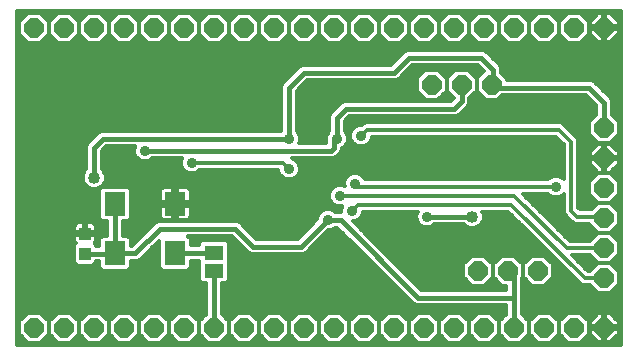
<source format=gbl>
G75*
G70*
%OFA0B0*%
%FSLAX24Y24*%
%IPPOS*%
%LPD*%
%AMOC8*
5,1,8,0,0,1.08239X$1,22.5*
%
%ADD10OC8,0.0640*%
%ADD11R,0.0709X0.0787*%
%ADD12R,0.0630X0.0460*%
%ADD13R,0.0394X0.0433*%
%ADD14C,0.0120*%
%ADD15C,0.0350*%
%ADD16C,0.0160*%
%ADD17C,0.0400*%
D10*
X001161Y001161D03*
X002161Y001161D03*
X003161Y001161D03*
X004161Y001161D03*
X005161Y001161D03*
X006161Y001161D03*
X007161Y001161D03*
X008161Y001161D03*
X009161Y001161D03*
X010161Y001161D03*
X011161Y001161D03*
X012161Y001161D03*
X013161Y001161D03*
X014161Y001161D03*
X015161Y001161D03*
X016161Y001161D03*
X017161Y001161D03*
X018161Y001161D03*
X019161Y001161D03*
X020161Y001161D03*
X020161Y002811D03*
X020161Y003811D03*
X020161Y004811D03*
X020161Y005811D03*
X020161Y006811D03*
X020161Y007811D03*
X016411Y009261D03*
X015411Y009261D03*
X014411Y009261D03*
X014161Y011161D03*
X013161Y011161D03*
X012161Y011161D03*
X011161Y011161D03*
X010161Y011161D03*
X009161Y011161D03*
X008161Y011161D03*
X007161Y011161D03*
X006161Y011161D03*
X005161Y011161D03*
X004161Y011161D03*
X003161Y011161D03*
X002161Y011161D03*
X001161Y011161D03*
X015161Y011161D03*
X016161Y011161D03*
X017161Y011161D03*
X018161Y011161D03*
X019161Y011161D03*
X020161Y011161D03*
X017961Y003061D03*
X016961Y003061D03*
X015961Y003061D03*
D11*
X005861Y003634D03*
X003861Y003634D03*
X003861Y005288D03*
X005861Y005288D03*
D12*
X007161Y003661D03*
X007161Y003061D03*
D13*
X002861Y003627D03*
X002861Y004296D03*
D14*
X000591Y000591D02*
X000591Y011731D01*
X020731Y011731D01*
X020731Y000591D01*
X000591Y000591D01*
X000591Y000635D02*
X020731Y000635D01*
X020731Y000754D02*
X020433Y000754D01*
X020360Y000681D02*
X020201Y000681D01*
X020201Y001121D01*
X020121Y001121D01*
X019681Y001121D01*
X019681Y000962D01*
X019962Y000681D01*
X020121Y000681D01*
X020121Y001121D01*
X020121Y001201D01*
X019681Y001201D01*
X019681Y001360D01*
X019962Y001641D01*
X020121Y001641D01*
X020121Y001201D01*
X020201Y001201D01*
X020201Y001641D01*
X020360Y001641D01*
X020641Y001360D01*
X020641Y001201D01*
X020201Y001201D01*
X020201Y001121D01*
X020641Y001121D01*
X020641Y000962D01*
X020360Y000681D01*
X020201Y000754D02*
X020121Y000754D01*
X020121Y000873D02*
X020201Y000873D01*
X020201Y000991D02*
X020121Y000991D01*
X020121Y001110D02*
X020201Y001110D01*
X020201Y001228D02*
X020121Y001228D01*
X020121Y001347D02*
X020201Y001347D01*
X020201Y001465D02*
X020121Y001465D01*
X020121Y001584D02*
X020201Y001584D01*
X020417Y001584D02*
X020731Y001584D01*
X020731Y001702D02*
X017421Y001702D01*
X017421Y001608D02*
X017421Y002110D01*
X017421Y002213D01*
X017421Y002810D01*
X017421Y002814D01*
X017461Y002854D01*
X017461Y003268D01*
X017168Y003561D01*
X016754Y003561D01*
X016461Y003268D01*
X016168Y003561D01*
X015754Y003561D01*
X015461Y003268D01*
X015461Y002854D01*
X015754Y002561D01*
X016168Y002561D01*
X016461Y002854D01*
X016461Y003268D01*
X016461Y002854D01*
X016754Y002561D01*
X016901Y002561D01*
X016901Y002421D01*
X014069Y002421D01*
X011784Y004706D01*
X011832Y004706D01*
X011962Y004760D01*
X012062Y004860D01*
X012116Y004991D01*
X012116Y005021D01*
X013943Y005021D01*
X013906Y004932D01*
X013906Y004791D01*
X013960Y004660D01*
X014060Y004560D01*
X014191Y004506D01*
X014332Y004506D01*
X014462Y004560D01*
X014503Y004601D01*
X015484Y004601D01*
X015546Y004539D01*
X015686Y004481D01*
X015837Y004481D01*
X015976Y004539D01*
X016083Y004646D01*
X016141Y004786D01*
X016141Y004937D01*
X016106Y005021D01*
X016962Y005021D01*
X019375Y002608D01*
X019464Y002571D01*
X019559Y002571D01*
X019694Y002571D01*
X019954Y002311D01*
X020368Y002311D01*
X020661Y002604D01*
X020661Y003018D01*
X020368Y003311D01*
X019954Y003311D01*
X019694Y003051D01*
X019611Y003051D01*
X019091Y003571D01*
X019694Y003571D01*
X019954Y003311D01*
X020368Y003311D01*
X020661Y003604D01*
X020661Y004018D01*
X020368Y004311D01*
X019954Y004311D01*
X019694Y004051D01*
X019011Y004051D01*
X017441Y005621D01*
X018299Y005621D01*
X018360Y005560D01*
X018491Y005506D01*
X018632Y005506D01*
X018762Y005560D01*
X018821Y005619D01*
X018821Y005109D01*
X018821Y005014D01*
X018858Y004925D01*
X019058Y004725D01*
X019125Y004658D01*
X019214Y004621D01*
X019661Y004621D01*
X019661Y004604D01*
X019954Y004311D01*
X020368Y004311D01*
X020661Y004604D01*
X020661Y005018D01*
X020368Y005311D01*
X019954Y005311D01*
X019744Y005101D01*
X019361Y005101D01*
X019301Y005161D01*
X019301Y007409D01*
X019265Y007497D01*
X019197Y007565D01*
X018797Y007965D01*
X018709Y008001D01*
X018614Y008001D01*
X012309Y008001D01*
X012214Y008001D01*
X012125Y007965D01*
X012077Y007916D01*
X011991Y007916D01*
X011860Y007862D01*
X011760Y007762D01*
X011706Y007632D01*
X011706Y007491D01*
X011760Y007360D01*
X011860Y007260D01*
X011991Y007206D01*
X012132Y007206D01*
X012262Y007260D01*
X012362Y007360D01*
X012416Y007491D01*
X012416Y007521D01*
X018562Y007521D01*
X018821Y007262D01*
X018821Y006103D01*
X018762Y006162D01*
X018632Y006216D01*
X018491Y006216D01*
X018360Y006162D01*
X018299Y006101D01*
X012187Y006101D01*
X012162Y006162D01*
X012062Y006262D01*
X011932Y006316D01*
X011791Y006316D01*
X011660Y006262D01*
X011560Y006162D01*
X011506Y006032D01*
X011506Y005891D01*
X011509Y005884D01*
X011432Y005916D01*
X011291Y005916D01*
X011160Y005862D01*
X011060Y005762D01*
X011006Y005632D01*
X011006Y005491D01*
X011060Y005360D01*
X011160Y005260D01*
X011291Y005206D01*
X011432Y005206D01*
X011438Y005209D01*
X011406Y005132D01*
X011406Y005006D01*
X011324Y005006D01*
X011218Y005006D01*
X011162Y005062D01*
X011032Y005116D01*
X010891Y005116D01*
X010760Y005062D01*
X010660Y004962D01*
X010606Y004832D01*
X010606Y004774D01*
X009954Y004121D01*
X008569Y004121D01*
X008009Y004682D01*
X007913Y004721D01*
X007810Y004721D01*
X005310Y004721D01*
X005214Y004682D01*
X005141Y004609D01*
X004427Y003894D01*
X004396Y003894D01*
X004396Y004103D01*
X004290Y004208D01*
X004121Y004208D01*
X004121Y004714D01*
X004290Y004714D01*
X004396Y004820D01*
X004396Y005756D01*
X004290Y005862D01*
X003432Y005862D01*
X003327Y005756D01*
X003327Y004820D01*
X003432Y004714D01*
X003601Y004714D01*
X003601Y004208D01*
X003432Y004208D01*
X003327Y004103D01*
X003327Y003887D01*
X003238Y003887D01*
X003238Y003918D01*
X003180Y003975D01*
X003186Y003981D01*
X003207Y004018D01*
X003218Y004058D01*
X003218Y004257D01*
X002900Y004257D01*
X002900Y004334D01*
X003218Y004334D01*
X003218Y004534D01*
X003207Y004574D01*
X003186Y004611D01*
X003156Y004640D01*
X003120Y004661D01*
X003079Y004672D01*
X002900Y004672D01*
X002900Y004335D01*
X002823Y004335D01*
X002823Y004672D01*
X002643Y004672D01*
X002603Y004661D01*
X002566Y004640D01*
X002536Y004611D01*
X002515Y004574D01*
X002504Y004534D01*
X002504Y004334D01*
X002823Y004334D01*
X002823Y004257D01*
X002504Y004257D01*
X002504Y004058D01*
X002515Y004018D01*
X002536Y003981D01*
X002542Y003975D01*
X002484Y003918D01*
X002484Y003336D01*
X002590Y003230D01*
X003133Y003230D01*
X003238Y003336D01*
X003238Y003367D01*
X003327Y003367D01*
X003327Y003166D01*
X003432Y003061D01*
X004290Y003061D01*
X004396Y003166D01*
X004396Y003374D01*
X004483Y003374D01*
X004586Y003374D01*
X004682Y003414D01*
X005327Y004059D01*
X005327Y003166D01*
X005432Y003061D01*
X006290Y003061D01*
X006396Y003166D01*
X006396Y003385D01*
X006666Y003391D01*
X006666Y003366D01*
X006666Y002757D01*
X006772Y002651D01*
X006901Y002651D01*
X006901Y001608D01*
X006661Y001368D01*
X006368Y001661D01*
X005954Y001661D01*
X005661Y001368D01*
X005368Y001661D01*
X004954Y001661D01*
X004661Y001368D01*
X004368Y001661D01*
X003954Y001661D01*
X003661Y001368D01*
X003368Y001661D01*
X002954Y001661D01*
X002661Y001368D01*
X002368Y001661D01*
X001954Y001661D01*
X001661Y001368D01*
X001368Y001661D01*
X000954Y001661D01*
X000661Y001368D01*
X000661Y000954D01*
X000954Y000661D01*
X001368Y000661D01*
X001661Y000954D01*
X001661Y001368D01*
X001661Y000954D01*
X001954Y000661D01*
X002368Y000661D01*
X002661Y000954D01*
X002661Y001368D01*
X002661Y000954D01*
X002954Y000661D01*
X003368Y000661D01*
X003661Y000954D01*
X003661Y001368D01*
X003661Y000954D01*
X003954Y000661D01*
X004368Y000661D01*
X004661Y000954D01*
X004661Y001368D01*
X004661Y000954D01*
X004954Y000661D01*
X005368Y000661D01*
X005661Y000954D01*
X005661Y001368D01*
X005661Y000954D01*
X005954Y000661D01*
X006368Y000661D01*
X006661Y000954D01*
X006661Y001368D01*
X006661Y000954D01*
X006954Y000661D01*
X007368Y000661D01*
X007661Y000954D01*
X007661Y001368D01*
X007421Y001608D01*
X007421Y002651D01*
X007551Y002651D01*
X007656Y002757D01*
X007656Y003366D01*
X007656Y003966D01*
X007551Y004071D01*
X006772Y004071D01*
X006666Y003966D01*
X006666Y003911D01*
X006396Y003906D01*
X006396Y004103D01*
X006297Y004201D01*
X007754Y004201D01*
X008241Y003714D01*
X008314Y003641D01*
X008410Y003601D01*
X010010Y003601D01*
X010113Y003601D01*
X010209Y003641D01*
X010974Y004406D01*
X011032Y004406D01*
X011162Y004460D01*
X011188Y004486D01*
X011269Y004486D01*
X013741Y002014D01*
X013814Y001941D01*
X013910Y001901D01*
X016901Y001901D01*
X016901Y001608D01*
X016661Y001368D01*
X016368Y001661D01*
X015954Y001661D01*
X015661Y001368D01*
X015368Y001661D01*
X014954Y001661D01*
X014661Y001368D01*
X014368Y001661D01*
X013954Y001661D01*
X013661Y001368D01*
X013368Y001661D01*
X012954Y001661D01*
X012661Y001368D01*
X012368Y001661D01*
X011954Y001661D01*
X011661Y001368D01*
X011368Y001661D01*
X010954Y001661D01*
X010661Y001368D01*
X010368Y001661D01*
X009954Y001661D01*
X009661Y001368D01*
X009368Y001661D01*
X008954Y001661D01*
X008661Y001368D01*
X008368Y001661D01*
X007954Y001661D01*
X007661Y001368D01*
X007661Y000954D01*
X007954Y000661D01*
X008368Y000661D01*
X008661Y000954D01*
X008661Y001368D01*
X008661Y000954D01*
X008954Y000661D01*
X009368Y000661D01*
X009661Y000954D01*
X009661Y001368D01*
X009661Y000954D01*
X009954Y000661D01*
X010368Y000661D01*
X010661Y000954D01*
X010661Y001368D01*
X010661Y000954D01*
X010954Y000661D01*
X011368Y000661D01*
X011661Y000954D01*
X011661Y001368D01*
X011661Y000954D01*
X011954Y000661D01*
X012368Y000661D01*
X012661Y000954D01*
X012661Y001368D01*
X012661Y000954D01*
X012954Y000661D01*
X013368Y000661D01*
X013661Y000954D01*
X013661Y001368D01*
X013661Y000954D01*
X013954Y000661D01*
X014368Y000661D01*
X014661Y000954D01*
X014661Y001368D01*
X014661Y000954D01*
X014954Y000661D01*
X015368Y000661D01*
X015661Y000954D01*
X015661Y001368D01*
X015661Y000954D01*
X015954Y000661D01*
X016368Y000661D01*
X016661Y000954D01*
X016661Y001368D01*
X016661Y000954D01*
X016954Y000661D01*
X017368Y000661D01*
X017661Y000954D01*
X017661Y001368D01*
X017421Y001608D01*
X017446Y001584D02*
X017877Y001584D01*
X017954Y001661D02*
X017661Y001368D01*
X017661Y000954D01*
X017954Y000661D01*
X018368Y000661D01*
X018661Y000954D01*
X018661Y001368D01*
X018368Y001661D01*
X017954Y001661D01*
X017758Y001465D02*
X017564Y001465D01*
X017661Y001347D02*
X017661Y001347D01*
X017661Y001228D02*
X017661Y001228D01*
X017661Y001110D02*
X017661Y001110D01*
X017661Y000991D02*
X017661Y000991D01*
X017580Y000873D02*
X017743Y000873D01*
X017861Y000754D02*
X017461Y000754D01*
X016861Y000754D02*
X016461Y000754D01*
X016580Y000873D02*
X016743Y000873D01*
X016661Y000991D02*
X016661Y000991D01*
X016661Y001110D02*
X016661Y001110D01*
X016661Y001228D02*
X016661Y001228D01*
X016661Y001347D02*
X016661Y001347D01*
X016564Y001465D02*
X016758Y001465D01*
X016877Y001584D02*
X016446Y001584D01*
X016901Y001702D02*
X007421Y001702D01*
X007421Y001821D02*
X016901Y001821D01*
X017421Y001821D02*
X020731Y001821D01*
X020731Y001939D02*
X017421Y001939D01*
X017421Y002058D02*
X020731Y002058D01*
X020731Y002176D02*
X017421Y002176D01*
X017421Y002295D02*
X020731Y002295D01*
X020731Y002414D02*
X020471Y002414D01*
X020589Y002532D02*
X020731Y002532D01*
X020731Y002651D02*
X020661Y002651D01*
X020661Y002769D02*
X020731Y002769D01*
X020731Y002888D02*
X020661Y002888D01*
X020661Y003006D02*
X020731Y003006D01*
X020731Y003125D02*
X020555Y003125D01*
X020436Y003243D02*
X020731Y003243D01*
X020731Y003362D02*
X020419Y003362D01*
X020538Y003480D02*
X020731Y003480D01*
X020731Y003599D02*
X020656Y003599D01*
X020661Y003718D02*
X020731Y003718D01*
X020731Y003836D02*
X020661Y003836D01*
X020661Y003955D02*
X020731Y003955D01*
X020731Y004073D02*
X020606Y004073D01*
X020488Y004192D02*
X020731Y004192D01*
X020731Y004310D02*
X020369Y004310D01*
X020486Y004429D02*
X020731Y004429D01*
X020731Y004547D02*
X020604Y004547D01*
X020661Y004666D02*
X020731Y004666D01*
X020731Y004784D02*
X020661Y004784D01*
X020661Y004903D02*
X020731Y004903D01*
X020731Y005022D02*
X020658Y005022D01*
X020731Y005140D02*
X020539Y005140D01*
X020421Y005259D02*
X020731Y005259D01*
X020731Y005377D02*
X020434Y005377D01*
X020368Y005311D02*
X020661Y005604D01*
X020661Y006018D01*
X020368Y006311D01*
X019954Y006311D01*
X019661Y006018D01*
X019661Y005604D01*
X019954Y005311D01*
X020368Y005311D01*
X020553Y005496D02*
X020731Y005496D01*
X020731Y005614D02*
X020661Y005614D01*
X020661Y005733D02*
X020731Y005733D01*
X020731Y005851D02*
X020661Y005851D01*
X020661Y005970D02*
X020731Y005970D01*
X020731Y006088D02*
X020591Y006088D01*
X020473Y006207D02*
X020731Y006207D01*
X020731Y006326D02*
X019301Y006326D01*
X019301Y006444D02*
X019850Y006444D01*
X019962Y006331D02*
X019681Y006612D01*
X019681Y006771D01*
X020121Y006771D01*
X020201Y006771D01*
X020201Y006331D01*
X020360Y006331D01*
X020641Y006612D01*
X020641Y006771D01*
X020201Y006771D01*
X020201Y006851D01*
X020641Y006851D01*
X020641Y007010D01*
X020360Y007291D01*
X020201Y007291D01*
X020201Y006851D01*
X020121Y006851D01*
X020121Y006771D01*
X020121Y006331D01*
X019962Y006331D01*
X019850Y006207D02*
X019301Y006207D01*
X019301Y006088D02*
X019731Y006088D01*
X019661Y005970D02*
X019301Y005970D01*
X019301Y005851D02*
X019661Y005851D01*
X019661Y005733D02*
X019301Y005733D01*
X019301Y005614D02*
X019661Y005614D01*
X019770Y005496D02*
X019301Y005496D01*
X019301Y005377D02*
X019888Y005377D01*
X019902Y005259D02*
X019301Y005259D01*
X019322Y005140D02*
X019783Y005140D01*
X020111Y004861D02*
X019261Y004861D01*
X019061Y005061D01*
X019061Y007361D01*
X018661Y007761D01*
X012261Y007761D01*
X012061Y007561D01*
X011754Y007748D02*
X011521Y007748D01*
X011521Y007703D02*
X011521Y008054D01*
X011669Y008201D01*
X015213Y008201D01*
X015309Y008241D01*
X015382Y008314D01*
X015632Y008564D01*
X015671Y008660D01*
X015671Y008763D01*
X015671Y008814D01*
X015911Y009054D01*
X015911Y009468D01*
X015618Y009761D01*
X015204Y009761D01*
X014911Y009468D01*
X014618Y009761D01*
X014204Y009761D01*
X013911Y009468D01*
X013911Y009054D01*
X014204Y008761D01*
X014618Y008761D01*
X014911Y009054D01*
X014911Y009468D01*
X014911Y009054D01*
X015149Y008817D01*
X015054Y008721D01*
X011613Y008721D01*
X011510Y008721D01*
X011414Y008682D01*
X011114Y008382D01*
X011041Y008309D01*
X011001Y008213D01*
X011001Y007703D01*
X010960Y007662D01*
X010906Y007532D01*
X010906Y007425D01*
X010901Y007413D01*
X010901Y007321D01*
X009987Y007321D01*
X010016Y007391D01*
X010016Y007532D01*
X009962Y007662D01*
X009921Y007703D01*
X009921Y009054D01*
X010269Y009401D01*
X013110Y009401D01*
X013213Y009401D01*
X013309Y009441D01*
X013769Y009901D01*
X015954Y009901D01*
X016149Y009706D01*
X015911Y009468D01*
X015911Y009054D01*
X016204Y008761D01*
X016618Y008761D01*
X016758Y008901D01*
X019554Y008901D01*
X019901Y008554D01*
X019901Y008258D01*
X019661Y008018D01*
X019661Y007604D01*
X019954Y007311D01*
X020368Y007311D01*
X020661Y007604D01*
X020661Y008018D01*
X020421Y008258D01*
X020421Y008610D01*
X020421Y008713D01*
X020382Y008809D01*
X019882Y009309D01*
X019809Y009382D01*
X019713Y009421D01*
X016911Y009421D01*
X016911Y009468D01*
X016721Y009658D01*
X016721Y009813D01*
X016682Y009909D01*
X016609Y009982D01*
X016209Y010382D01*
X016113Y010421D01*
X016010Y010421D01*
X013610Y010421D01*
X013514Y010382D01*
X013441Y010309D01*
X013054Y009921D01*
X010110Y009921D01*
X010014Y009882D01*
X009941Y009809D01*
X009441Y009309D01*
X009401Y009213D01*
X009401Y009110D01*
X009401Y007721D01*
X003410Y007721D01*
X003314Y007682D01*
X003241Y007609D01*
X003241Y007608D01*
X003014Y007382D01*
X002941Y007309D01*
X002901Y007213D01*
X002901Y006439D01*
X002839Y006376D01*
X002781Y006237D01*
X002781Y006086D01*
X002839Y005946D01*
X002946Y005839D01*
X003086Y005781D01*
X003237Y005781D01*
X003376Y005839D01*
X003483Y005946D01*
X003541Y006086D01*
X003541Y006237D01*
X003483Y006376D01*
X003421Y006439D01*
X003421Y007054D01*
X003569Y007201D01*
X004535Y007201D01*
X004506Y007132D01*
X004506Y006991D01*
X004560Y006860D01*
X004660Y006760D01*
X004791Y006706D01*
X004932Y006706D01*
X005062Y006760D01*
X005103Y006801D01*
X006085Y006801D01*
X006056Y006732D01*
X006056Y006591D01*
X006110Y006460D01*
X006210Y006360D01*
X006341Y006306D01*
X006482Y006306D01*
X006612Y006360D01*
X006673Y006421D01*
X009306Y006421D01*
X009306Y006391D01*
X009360Y006260D01*
X009460Y006160D01*
X009591Y006106D01*
X009732Y006106D01*
X009862Y006160D01*
X009962Y006260D01*
X010016Y006391D01*
X010016Y006532D01*
X009962Y006662D01*
X009862Y006762D01*
X009768Y006801D01*
X011010Y006801D01*
X011113Y006801D01*
X011209Y006841D01*
X011309Y006941D01*
X011382Y007014D01*
X011421Y007110D01*
X011421Y007143D01*
X011462Y007160D01*
X011562Y007260D01*
X011616Y007391D01*
X011616Y007532D01*
X011562Y007662D01*
X011521Y007703D01*
X011576Y007629D02*
X011706Y007629D01*
X011706Y007511D02*
X011616Y007511D01*
X011616Y007392D02*
X011747Y007392D01*
X011847Y007274D02*
X011568Y007274D01*
X011450Y007155D02*
X018821Y007155D01*
X018821Y007037D02*
X011391Y007037D01*
X011286Y006918D02*
X018821Y006918D01*
X018821Y006800D02*
X009772Y006800D01*
X009943Y006681D02*
X018821Y006681D01*
X018821Y006563D02*
X010004Y006563D01*
X010016Y006444D02*
X018821Y006444D01*
X018821Y006326D02*
X009989Y006326D01*
X009909Y006207D02*
X011605Y006207D01*
X011530Y006088D02*
X003541Y006088D01*
X003541Y006207D02*
X009414Y006207D01*
X009333Y006326D02*
X006528Y006326D01*
X006294Y006326D02*
X003505Y006326D01*
X003421Y006444D02*
X006126Y006444D01*
X006068Y006563D02*
X003421Y006563D01*
X003421Y006681D02*
X006056Y006681D01*
X006084Y006800D02*
X005102Y006800D01*
X004621Y006800D02*
X003421Y006800D01*
X003421Y006918D02*
X004536Y006918D01*
X004506Y007037D02*
X003421Y007037D01*
X003523Y007155D02*
X004516Y007155D01*
X003262Y007629D02*
X000591Y007629D01*
X000591Y007511D02*
X003143Y007511D01*
X003025Y007392D02*
X000591Y007392D01*
X000591Y007274D02*
X002926Y007274D01*
X002901Y007155D02*
X000591Y007155D01*
X000591Y007037D02*
X002901Y007037D01*
X002901Y006918D02*
X000591Y006918D01*
X000591Y006800D02*
X002901Y006800D01*
X002901Y006681D02*
X000591Y006681D01*
X000591Y006563D02*
X002901Y006563D01*
X002901Y006444D02*
X000591Y006444D01*
X000591Y006326D02*
X002818Y006326D01*
X002781Y006207D02*
X000591Y006207D01*
X000591Y006088D02*
X002781Y006088D01*
X002829Y005970D02*
X000591Y005970D01*
X000591Y005851D02*
X002934Y005851D01*
X003327Y005733D02*
X000591Y005733D01*
X000591Y005614D02*
X003327Y005614D01*
X003327Y005496D02*
X000591Y005496D01*
X000591Y005377D02*
X003327Y005377D01*
X003327Y005259D02*
X000591Y005259D01*
X000591Y005140D02*
X003327Y005140D01*
X003327Y005022D02*
X000591Y005022D01*
X000591Y004903D02*
X003327Y004903D01*
X003362Y004784D02*
X000591Y004784D01*
X000591Y004666D02*
X002619Y004666D01*
X002508Y004547D02*
X000591Y004547D01*
X000591Y004429D02*
X002504Y004429D01*
X002504Y004192D02*
X000591Y004192D01*
X000591Y004310D02*
X002823Y004310D01*
X002900Y004310D02*
X003601Y004310D01*
X003601Y004429D02*
X003218Y004429D01*
X003214Y004547D02*
X003601Y004547D01*
X003601Y004666D02*
X003103Y004666D01*
X002900Y004666D02*
X002823Y004666D01*
X002823Y004547D02*
X002900Y004547D01*
X002900Y004429D02*
X002823Y004429D01*
X003218Y004192D02*
X003416Y004192D01*
X003327Y004073D02*
X003218Y004073D01*
X003201Y003955D02*
X003327Y003955D01*
X003327Y003362D02*
X003238Y003362D01*
X003327Y003243D02*
X003146Y003243D01*
X003368Y003125D02*
X000591Y003125D01*
X000591Y003243D02*
X002577Y003243D01*
X002484Y003362D02*
X000591Y003362D01*
X000591Y003480D02*
X002484Y003480D01*
X002484Y003599D02*
X000591Y003599D01*
X000591Y003718D02*
X002484Y003718D01*
X002484Y003836D02*
X000591Y003836D01*
X000591Y003955D02*
X002521Y003955D01*
X002504Y004073D02*
X000591Y004073D01*
X000591Y003006D02*
X006666Y003006D01*
X006666Y002888D02*
X000591Y002888D01*
X000591Y002769D02*
X006666Y002769D01*
X006901Y002651D02*
X000591Y002651D01*
X000591Y002532D02*
X006901Y002532D01*
X006901Y002414D02*
X000591Y002414D01*
X000591Y002295D02*
X006901Y002295D01*
X006901Y002176D02*
X000591Y002176D01*
X000591Y002058D02*
X006901Y002058D01*
X006901Y001939D02*
X000591Y001939D01*
X000591Y001821D02*
X006901Y001821D01*
X006901Y001702D02*
X000591Y001702D01*
X000591Y001584D02*
X000877Y001584D01*
X000758Y001465D02*
X000591Y001465D01*
X000591Y001347D02*
X000661Y001347D01*
X000661Y001228D02*
X000591Y001228D01*
X000591Y001110D02*
X000661Y001110D01*
X000661Y000991D02*
X000591Y000991D01*
X000591Y000873D02*
X000743Y000873D01*
X000861Y000754D02*
X000591Y000754D01*
X001461Y000754D02*
X001861Y000754D01*
X001743Y000873D02*
X001580Y000873D01*
X001661Y000991D02*
X001661Y000991D01*
X001661Y001110D02*
X001661Y001110D01*
X001661Y001228D02*
X001661Y001228D01*
X001661Y001347D02*
X001661Y001347D01*
X001564Y001465D02*
X001758Y001465D01*
X001877Y001584D02*
X001446Y001584D01*
X002446Y001584D02*
X002877Y001584D01*
X002758Y001465D02*
X002564Y001465D01*
X002661Y001347D02*
X002661Y001347D01*
X002661Y001228D02*
X002661Y001228D01*
X002661Y001110D02*
X002661Y001110D01*
X002661Y000991D02*
X002661Y000991D01*
X002580Y000873D02*
X002743Y000873D01*
X002861Y000754D02*
X002461Y000754D01*
X003461Y000754D02*
X003861Y000754D01*
X003743Y000873D02*
X003580Y000873D01*
X003661Y000991D02*
X003661Y000991D01*
X003661Y001110D02*
X003661Y001110D01*
X003661Y001228D02*
X003661Y001228D01*
X003661Y001347D02*
X003661Y001347D01*
X003564Y001465D02*
X003758Y001465D01*
X003877Y001584D02*
X003446Y001584D01*
X004446Y001584D02*
X004877Y001584D01*
X004758Y001465D02*
X004564Y001465D01*
X004661Y001347D02*
X004661Y001347D01*
X004661Y001228D02*
X004661Y001228D01*
X004661Y001110D02*
X004661Y001110D01*
X004661Y000991D02*
X004661Y000991D01*
X004580Y000873D02*
X004743Y000873D01*
X004861Y000754D02*
X004461Y000754D01*
X005461Y000754D02*
X005861Y000754D01*
X005743Y000873D02*
X005580Y000873D01*
X005661Y000991D02*
X005661Y000991D01*
X005661Y001110D02*
X005661Y001110D01*
X005661Y001228D02*
X005661Y001228D01*
X005661Y001347D02*
X005661Y001347D01*
X005564Y001465D02*
X005758Y001465D01*
X005877Y001584D02*
X005446Y001584D01*
X006446Y001584D02*
X006877Y001584D01*
X006758Y001465D02*
X006564Y001465D01*
X006661Y001347D02*
X006661Y001347D01*
X006661Y001228D02*
X006661Y001228D01*
X006661Y001110D02*
X006661Y001110D01*
X006661Y000991D02*
X006661Y000991D01*
X006580Y000873D02*
X006743Y000873D01*
X006861Y000754D02*
X006461Y000754D01*
X007461Y000754D02*
X007861Y000754D01*
X007743Y000873D02*
X007580Y000873D01*
X007661Y000991D02*
X007661Y000991D01*
X007661Y001110D02*
X007661Y001110D01*
X007661Y001228D02*
X007661Y001228D01*
X007661Y001347D02*
X007661Y001347D01*
X007564Y001465D02*
X007758Y001465D01*
X007877Y001584D02*
X007446Y001584D01*
X007421Y001939D02*
X013817Y001939D01*
X013697Y002058D02*
X007421Y002058D01*
X007421Y002176D02*
X013578Y002176D01*
X013460Y002295D02*
X007421Y002295D01*
X007421Y002414D02*
X013341Y002414D01*
X013223Y002532D02*
X007421Y002532D01*
X007421Y002651D02*
X013104Y002651D01*
X012986Y002769D02*
X007656Y002769D01*
X007656Y002888D02*
X012867Y002888D01*
X012749Y003006D02*
X007656Y003006D01*
X007656Y003125D02*
X012630Y003125D01*
X012511Y003243D02*
X007656Y003243D01*
X007656Y003362D02*
X012393Y003362D01*
X012274Y003480D02*
X007656Y003480D01*
X007656Y003599D02*
X012156Y003599D01*
X012037Y003718D02*
X010285Y003718D01*
X010404Y003836D02*
X011919Y003836D01*
X011800Y003955D02*
X010522Y003955D01*
X010641Y004073D02*
X011682Y004073D01*
X011563Y004192D02*
X010759Y004192D01*
X010878Y004310D02*
X011445Y004310D01*
X011326Y004429D02*
X011086Y004429D01*
X010498Y004666D02*
X008024Y004666D01*
X008143Y004547D02*
X010380Y004547D01*
X010261Y004429D02*
X008261Y004429D01*
X008380Y004310D02*
X010143Y004310D01*
X010024Y004192D02*
X008498Y004192D01*
X008119Y003836D02*
X007656Y003836D01*
X007656Y003718D02*
X008237Y003718D01*
X008000Y003955D02*
X007656Y003955D01*
X007882Y004073D02*
X006396Y004073D01*
X006396Y003955D02*
X006666Y003955D01*
X006307Y004192D02*
X007763Y004192D01*
X006666Y003362D02*
X006396Y003362D01*
X006396Y003243D02*
X006666Y003243D01*
X006666Y003125D02*
X006354Y003125D01*
X005368Y003125D02*
X004354Y003125D01*
X004396Y003243D02*
X005327Y003243D01*
X005327Y003362D02*
X004396Y003362D01*
X004748Y003480D02*
X005327Y003480D01*
X005327Y003599D02*
X004867Y003599D01*
X004985Y003718D02*
X005327Y003718D01*
X005327Y003836D02*
X005104Y003836D01*
X005222Y003955D02*
X005327Y003955D01*
X004843Y004310D02*
X004121Y004310D01*
X004121Y004429D02*
X004961Y004429D01*
X005080Y004547D02*
X004121Y004547D01*
X004121Y004666D02*
X005198Y004666D01*
X005379Y004796D02*
X005409Y004766D01*
X005445Y004745D01*
X005486Y004734D01*
X005801Y004734D01*
X005801Y005228D01*
X005347Y005228D01*
X005347Y004873D01*
X005358Y004833D01*
X005379Y004796D01*
X005391Y004784D02*
X004360Y004784D01*
X004396Y004903D02*
X005347Y004903D01*
X005347Y005022D02*
X004396Y005022D01*
X004396Y005140D02*
X005347Y005140D01*
X005347Y005348D02*
X005801Y005348D01*
X005801Y005228D01*
X005921Y005228D01*
X005921Y004734D01*
X006237Y004734D01*
X006277Y004745D01*
X006314Y004766D01*
X006344Y004796D01*
X006365Y004833D01*
X006376Y004873D01*
X006376Y005228D01*
X005921Y005228D01*
X005921Y005348D01*
X005801Y005348D01*
X005801Y005842D01*
X005486Y005842D01*
X005445Y005831D01*
X005409Y005810D01*
X005379Y005780D01*
X005358Y005743D01*
X005347Y005703D01*
X005347Y005348D01*
X005347Y005377D02*
X004396Y005377D01*
X004396Y005259D02*
X005801Y005259D01*
X005801Y005377D02*
X005921Y005377D01*
X005921Y005348D02*
X005921Y005842D01*
X006237Y005842D01*
X006277Y005831D01*
X006314Y005810D01*
X006344Y005780D01*
X006365Y005743D01*
X006376Y005703D01*
X006376Y005348D01*
X005921Y005348D01*
X005921Y005259D02*
X011164Y005259D01*
X011053Y005377D02*
X006376Y005377D01*
X006376Y005496D02*
X011006Y005496D01*
X011006Y005614D02*
X006376Y005614D01*
X006368Y005733D02*
X011048Y005733D01*
X011149Y005851D02*
X004300Y005851D01*
X004396Y005733D02*
X005355Y005733D01*
X005347Y005614D02*
X004396Y005614D01*
X004396Y005496D02*
X005347Y005496D01*
X005801Y005496D02*
X005921Y005496D01*
X005921Y005614D02*
X005801Y005614D01*
X005801Y005733D02*
X005921Y005733D01*
X005921Y005140D02*
X005801Y005140D01*
X005801Y005022D02*
X005921Y005022D01*
X005921Y004903D02*
X005801Y004903D01*
X005801Y004784D02*
X005921Y004784D01*
X006332Y004784D02*
X010606Y004784D01*
X010636Y004903D02*
X006376Y004903D01*
X006376Y005022D02*
X010720Y005022D01*
X011203Y005022D02*
X011406Y005022D01*
X011410Y005140D02*
X006376Y005140D01*
X004724Y004192D02*
X004307Y004192D01*
X004396Y004073D02*
X004606Y004073D01*
X004487Y003955D02*
X004396Y003955D01*
X003422Y005851D02*
X003389Y005851D01*
X003493Y005970D02*
X011506Y005970D01*
X011861Y005961D02*
X011961Y005861D01*
X018561Y005861D01*
X018816Y005614D02*
X018821Y005614D01*
X018821Y005496D02*
X017566Y005496D01*
X017448Y005614D02*
X018306Y005614D01*
X018821Y005377D02*
X017685Y005377D01*
X017803Y005259D02*
X018821Y005259D01*
X018821Y005140D02*
X017922Y005140D01*
X018040Y005022D02*
X018821Y005022D01*
X018880Y004903D02*
X018159Y004903D01*
X018277Y004784D02*
X018999Y004784D01*
X019117Y004666D02*
X018396Y004666D01*
X018515Y004547D02*
X019718Y004547D01*
X019837Y004429D02*
X018633Y004429D01*
X018752Y004310D02*
X019953Y004310D01*
X019835Y004192D02*
X018870Y004192D01*
X018989Y004073D02*
X019716Y004073D01*
X020161Y003811D02*
X018911Y003811D01*
X017161Y005561D01*
X011361Y005561D01*
X011761Y005061D02*
X011961Y005261D01*
X017061Y005261D01*
X019511Y002811D01*
X020161Y002811D01*
X019768Y003125D02*
X019537Y003125D01*
X019419Y003243D02*
X019886Y003243D01*
X019903Y003362D02*
X019300Y003362D01*
X019181Y003480D02*
X019785Y003480D01*
X019095Y002888D02*
X018461Y002888D01*
X018461Y002854D02*
X018168Y002561D01*
X017754Y002561D01*
X017461Y002854D01*
X017461Y003268D01*
X017754Y003561D01*
X018168Y003561D01*
X018461Y003268D01*
X018461Y002854D01*
X018376Y002769D02*
X019214Y002769D01*
X019332Y002651D02*
X018258Y002651D01*
X018461Y003006D02*
X018977Y003006D01*
X018858Y003125D02*
X018461Y003125D01*
X018461Y003243D02*
X018740Y003243D01*
X018621Y003362D02*
X018368Y003362D01*
X018249Y003480D02*
X018503Y003480D01*
X018384Y003599D02*
X012891Y003599D01*
X012773Y003718D02*
X018266Y003718D01*
X018147Y003836D02*
X012654Y003836D01*
X012536Y003955D02*
X018028Y003955D01*
X017910Y004073D02*
X012417Y004073D01*
X012298Y004192D02*
X017791Y004192D01*
X017673Y004310D02*
X012180Y004310D01*
X012061Y004429D02*
X017554Y004429D01*
X017436Y004547D02*
X015985Y004547D01*
X016092Y004666D02*
X017317Y004666D01*
X017199Y004784D02*
X016141Y004784D01*
X016141Y004903D02*
X017080Y004903D01*
X015538Y004547D02*
X014431Y004547D01*
X014091Y004547D02*
X011943Y004547D01*
X011824Y004666D02*
X013958Y004666D01*
X013909Y004784D02*
X011986Y004784D01*
X012080Y004903D02*
X013906Y004903D01*
X012118Y006207D02*
X018468Y006207D01*
X018654Y006207D02*
X018821Y006207D01*
X019301Y006563D02*
X019731Y006563D01*
X019681Y006681D02*
X019301Y006681D01*
X019301Y006800D02*
X020121Y006800D01*
X020121Y006851D02*
X019681Y006851D01*
X019681Y007010D01*
X019962Y007291D01*
X020121Y007291D01*
X020121Y006851D01*
X020121Y006918D02*
X020201Y006918D01*
X020201Y006800D02*
X020731Y006800D01*
X020731Y006918D02*
X020641Y006918D01*
X020614Y007037D02*
X020731Y007037D01*
X020731Y007155D02*
X020496Y007155D01*
X020377Y007274D02*
X020731Y007274D01*
X020731Y007392D02*
X020449Y007392D01*
X020568Y007511D02*
X020731Y007511D01*
X020731Y007629D02*
X020661Y007629D01*
X020661Y007748D02*
X020731Y007748D01*
X020731Y007867D02*
X020661Y007867D01*
X020661Y007985D02*
X020731Y007985D01*
X020731Y008104D02*
X020576Y008104D01*
X020457Y008222D02*
X020731Y008222D01*
X020731Y008341D02*
X020421Y008341D01*
X020421Y008459D02*
X020731Y008459D01*
X020731Y008578D02*
X020421Y008578D01*
X020421Y008696D02*
X020731Y008696D01*
X020731Y008815D02*
X020375Y008815D01*
X020257Y008933D02*
X020731Y008933D01*
X020731Y009052D02*
X020138Y009052D01*
X020020Y009171D02*
X020731Y009171D01*
X020731Y009289D02*
X019901Y009289D01*
X019746Y009408D02*
X020731Y009408D01*
X020731Y009526D02*
X016853Y009526D01*
X016735Y009645D02*
X020731Y009645D01*
X020731Y009763D02*
X016721Y009763D01*
X016693Y009882D02*
X020731Y009882D01*
X020731Y010000D02*
X016590Y010000D01*
X016471Y010119D02*
X020731Y010119D01*
X020731Y010237D02*
X016353Y010237D01*
X016234Y010356D02*
X020731Y010356D01*
X020731Y010475D02*
X000591Y010475D01*
X000591Y010593D02*
X020731Y010593D01*
X020731Y010712D02*
X020390Y010712D01*
X020360Y010681D02*
X020641Y010962D01*
X020641Y011121D01*
X020201Y011121D01*
X020201Y010681D01*
X020360Y010681D01*
X020201Y010712D02*
X020121Y010712D01*
X020121Y010681D02*
X020121Y011121D01*
X019681Y011121D01*
X019681Y010962D01*
X019962Y010681D01*
X020121Y010681D01*
X020121Y010830D02*
X020201Y010830D01*
X020201Y010949D02*
X020121Y010949D01*
X020121Y011067D02*
X020201Y011067D01*
X020201Y011121D02*
X020121Y011121D01*
X020121Y011201D01*
X019681Y011201D01*
X019681Y011360D01*
X019962Y011641D01*
X020121Y011641D01*
X020121Y011201D01*
X020201Y011201D01*
X020201Y011641D01*
X020360Y011641D01*
X020641Y011360D01*
X020641Y011201D01*
X020201Y011201D01*
X020201Y011121D01*
X020201Y011186D02*
X020731Y011186D01*
X020731Y011304D02*
X020641Y011304D01*
X020578Y011423D02*
X020731Y011423D01*
X020731Y011541D02*
X020460Y011541D01*
X020201Y011541D02*
X020121Y011541D01*
X020121Y011423D02*
X020201Y011423D01*
X020201Y011304D02*
X020121Y011304D01*
X020121Y011186D02*
X019661Y011186D01*
X019661Y011304D02*
X019681Y011304D01*
X019661Y011368D02*
X019368Y011661D01*
X018954Y011661D01*
X018661Y011368D01*
X018368Y011661D01*
X017954Y011661D01*
X017661Y011368D01*
X017368Y011661D01*
X016954Y011661D01*
X016661Y011368D01*
X016368Y011661D01*
X015954Y011661D01*
X015661Y011368D01*
X015368Y011661D01*
X014954Y011661D01*
X014661Y011368D01*
X014368Y011661D01*
X013954Y011661D01*
X013661Y011368D01*
X013368Y011661D01*
X012954Y011661D01*
X012661Y011368D01*
X012368Y011661D01*
X011954Y011661D01*
X011661Y011368D01*
X011368Y011661D01*
X010954Y011661D01*
X010661Y011368D01*
X010368Y011661D01*
X009954Y011661D01*
X009661Y011368D01*
X009368Y011661D01*
X008954Y011661D01*
X008661Y011368D01*
X008368Y011661D01*
X007954Y011661D01*
X007661Y011368D01*
X007368Y011661D01*
X006954Y011661D01*
X006661Y011368D01*
X006368Y011661D01*
X005954Y011661D01*
X005661Y011368D01*
X005368Y011661D01*
X004954Y011661D01*
X004661Y011368D01*
X004368Y011661D01*
X003954Y011661D01*
X003661Y011368D01*
X003368Y011661D01*
X002954Y011661D01*
X002661Y011368D01*
X002368Y011661D01*
X001954Y011661D01*
X001661Y011368D01*
X001368Y011661D01*
X000954Y011661D01*
X000661Y011368D01*
X000661Y010954D01*
X000954Y010661D01*
X001368Y010661D01*
X001661Y010954D01*
X001661Y011368D01*
X001661Y010954D01*
X001954Y010661D01*
X002368Y010661D01*
X002661Y010954D01*
X002661Y011368D01*
X002661Y010954D01*
X002954Y010661D01*
X003368Y010661D01*
X003661Y010954D01*
X003661Y011368D01*
X003661Y010954D01*
X003954Y010661D01*
X004368Y010661D01*
X004661Y010954D01*
X004661Y011368D01*
X004661Y010954D01*
X004954Y010661D01*
X005368Y010661D01*
X005661Y010954D01*
X005661Y011368D01*
X005661Y010954D01*
X005954Y010661D01*
X006368Y010661D01*
X006661Y010954D01*
X006661Y011368D01*
X006661Y010954D01*
X006954Y010661D01*
X007368Y010661D01*
X007661Y010954D01*
X007661Y011368D01*
X007661Y010954D01*
X007954Y010661D01*
X008368Y010661D01*
X008661Y010954D01*
X008661Y011368D01*
X008661Y010954D01*
X008954Y010661D01*
X009368Y010661D01*
X009661Y010954D01*
X009661Y011368D01*
X009661Y010954D01*
X009954Y010661D01*
X010368Y010661D01*
X010661Y010954D01*
X010661Y011368D01*
X010661Y010954D01*
X010954Y010661D01*
X011368Y010661D01*
X011661Y010954D01*
X011661Y011368D01*
X011661Y010954D01*
X011954Y010661D01*
X012368Y010661D01*
X012661Y010954D01*
X012661Y011368D01*
X012661Y010954D01*
X012954Y010661D01*
X013368Y010661D01*
X013661Y010954D01*
X013661Y011368D01*
X013661Y010954D01*
X013954Y010661D01*
X014368Y010661D01*
X014661Y010954D01*
X014661Y011368D01*
X014661Y010954D01*
X014954Y010661D01*
X015368Y010661D01*
X015661Y010954D01*
X015661Y011368D01*
X015661Y010954D01*
X015954Y010661D01*
X016368Y010661D01*
X016661Y010954D01*
X016661Y011368D01*
X016661Y010954D01*
X016954Y010661D01*
X017368Y010661D01*
X017661Y010954D01*
X017661Y011368D01*
X017661Y010954D01*
X017954Y010661D01*
X018368Y010661D01*
X018661Y010954D01*
X018661Y011368D01*
X018661Y010954D01*
X018954Y010661D01*
X019368Y010661D01*
X019661Y010954D01*
X019661Y011368D01*
X019607Y011423D02*
X019744Y011423D01*
X019863Y011541D02*
X019488Y011541D01*
X019370Y011660D02*
X020731Y011660D01*
X020731Y011067D02*
X020641Y011067D01*
X020627Y010949D02*
X020731Y010949D01*
X020731Y010830D02*
X020509Y010830D01*
X019932Y010712D02*
X019419Y010712D01*
X019537Y010830D02*
X019814Y010830D01*
X019695Y010949D02*
X019656Y010949D01*
X019661Y011067D02*
X019681Y011067D01*
X018904Y010712D02*
X018419Y010712D01*
X018537Y010830D02*
X018785Y010830D01*
X018667Y010949D02*
X018656Y010949D01*
X018661Y011067D02*
X018661Y011067D01*
X018661Y011186D02*
X018661Y011186D01*
X018661Y011304D02*
X018661Y011304D01*
X018607Y011423D02*
X018716Y011423D01*
X018834Y011541D02*
X018488Y011541D01*
X018370Y011660D02*
X018953Y011660D01*
X017953Y011660D02*
X017370Y011660D01*
X017488Y011541D02*
X017834Y011541D01*
X017716Y011423D02*
X017607Y011423D01*
X017661Y011304D02*
X017661Y011304D01*
X017661Y011186D02*
X017661Y011186D01*
X017661Y011067D02*
X017661Y011067D01*
X017656Y010949D02*
X017667Y010949D01*
X017785Y010830D02*
X017537Y010830D01*
X017419Y010712D02*
X017904Y010712D01*
X016904Y010712D02*
X016419Y010712D01*
X016537Y010830D02*
X016785Y010830D01*
X016667Y010949D02*
X016656Y010949D01*
X016661Y011067D02*
X016661Y011067D01*
X016661Y011186D02*
X016661Y011186D01*
X016661Y011304D02*
X016661Y011304D01*
X016607Y011423D02*
X016716Y011423D01*
X016834Y011541D02*
X016488Y011541D01*
X016370Y011660D02*
X016953Y011660D01*
X015953Y011660D02*
X015370Y011660D01*
X015488Y011541D02*
X015834Y011541D01*
X015716Y011423D02*
X015607Y011423D01*
X015661Y011304D02*
X015661Y011304D01*
X015661Y011186D02*
X015661Y011186D01*
X015661Y011067D02*
X015661Y011067D01*
X015656Y010949D02*
X015667Y010949D01*
X015785Y010830D02*
X015537Y010830D01*
X015419Y010712D02*
X015904Y010712D01*
X014904Y010712D02*
X014419Y010712D01*
X014537Y010830D02*
X014785Y010830D01*
X014667Y010949D02*
X014656Y010949D01*
X014661Y011067D02*
X014661Y011067D01*
X014661Y011186D02*
X014661Y011186D01*
X014661Y011304D02*
X014661Y011304D01*
X014607Y011423D02*
X014716Y011423D01*
X014834Y011541D02*
X014488Y011541D01*
X014370Y011660D02*
X014953Y011660D01*
X013953Y011660D02*
X013370Y011660D01*
X013488Y011541D02*
X013834Y011541D01*
X013716Y011423D02*
X013607Y011423D01*
X013661Y011304D02*
X013661Y011304D01*
X013661Y011186D02*
X013661Y011186D01*
X013661Y011067D02*
X013661Y011067D01*
X013656Y010949D02*
X013667Y010949D01*
X013785Y010830D02*
X013537Y010830D01*
X013419Y010712D02*
X013904Y010712D01*
X013488Y010356D02*
X000591Y010356D01*
X000591Y010237D02*
X013370Y010237D01*
X013251Y010119D02*
X000591Y010119D01*
X000591Y010000D02*
X013133Y010000D01*
X013631Y009763D02*
X016092Y009763D01*
X016088Y009645D02*
X015735Y009645D01*
X015853Y009526D02*
X015969Y009526D01*
X015911Y009408D02*
X015911Y009408D01*
X015911Y009289D02*
X015911Y009289D01*
X015911Y009171D02*
X015911Y009171D01*
X015909Y009052D02*
X015913Y009052D01*
X016032Y008933D02*
X015791Y008933D01*
X015672Y008815D02*
X016150Y008815D01*
X015671Y008696D02*
X019758Y008696D01*
X019640Y008815D02*
X016672Y008815D01*
X015637Y008578D02*
X019877Y008578D01*
X019901Y008459D02*
X015527Y008459D01*
X015408Y008341D02*
X019901Y008341D01*
X019865Y008222D02*
X015264Y008222D01*
X015382Y008314D02*
X015382Y008314D01*
X015147Y008815D02*
X014672Y008815D01*
X014791Y008933D02*
X015032Y008933D01*
X014913Y009052D02*
X014909Y009052D01*
X014911Y009171D02*
X014911Y009171D01*
X014911Y009289D02*
X014911Y009289D01*
X014911Y009408D02*
X014911Y009408D01*
X014853Y009526D02*
X014969Y009526D01*
X015088Y009645D02*
X014735Y009645D01*
X014088Y009645D02*
X013512Y009645D01*
X013394Y009526D02*
X013969Y009526D01*
X013911Y009408D02*
X013228Y009408D01*
X013911Y009289D02*
X010157Y009289D01*
X010038Y009171D02*
X013911Y009171D01*
X013913Y009052D02*
X009921Y009052D01*
X009921Y008933D02*
X014032Y008933D01*
X014150Y008815D02*
X009921Y008815D01*
X009921Y008696D02*
X011450Y008696D01*
X011310Y008578D02*
X009921Y008578D01*
X009921Y008459D02*
X011192Y008459D01*
X011073Y008341D02*
X009921Y008341D01*
X009921Y008222D02*
X011005Y008222D01*
X011001Y008104D02*
X009921Y008104D01*
X009921Y007985D02*
X011001Y007985D01*
X011001Y007867D02*
X009921Y007867D01*
X009921Y007748D02*
X011001Y007748D01*
X010947Y007629D02*
X009976Y007629D01*
X010016Y007511D02*
X010906Y007511D01*
X010901Y007392D02*
X010016Y007392D01*
X009401Y007748D02*
X000591Y007748D01*
X000591Y007867D02*
X009401Y007867D01*
X009401Y007985D02*
X000591Y007985D01*
X000591Y008104D02*
X009401Y008104D01*
X009401Y008222D02*
X000591Y008222D01*
X000591Y008341D02*
X009401Y008341D01*
X009401Y008459D02*
X000591Y008459D01*
X000591Y008578D02*
X009401Y008578D01*
X009401Y008696D02*
X000591Y008696D01*
X000591Y008815D02*
X009401Y008815D01*
X009401Y008933D02*
X000591Y008933D01*
X000591Y009052D02*
X009401Y009052D01*
X009401Y009171D02*
X000591Y009171D01*
X000591Y009289D02*
X009433Y009289D01*
X009540Y009408D02*
X000591Y009408D01*
X000591Y009526D02*
X009659Y009526D01*
X009777Y009645D02*
X000591Y009645D01*
X000591Y009763D02*
X009896Y009763D01*
X010014Y009882D02*
X000591Y009882D01*
X000591Y010712D02*
X000904Y010712D01*
X000785Y010830D02*
X000591Y010830D01*
X000591Y010949D02*
X000667Y010949D01*
X000661Y011067D02*
X000591Y011067D01*
X000591Y011186D02*
X000661Y011186D01*
X000661Y011304D02*
X000591Y011304D01*
X000591Y011423D02*
X000716Y011423D01*
X000834Y011541D02*
X000591Y011541D01*
X000591Y011660D02*
X000953Y011660D01*
X001370Y011660D02*
X001953Y011660D01*
X001834Y011541D02*
X001488Y011541D01*
X001607Y011423D02*
X001716Y011423D01*
X001661Y011304D02*
X001661Y011304D01*
X001661Y011186D02*
X001661Y011186D01*
X001661Y011067D02*
X001661Y011067D01*
X001656Y010949D02*
X001667Y010949D01*
X001785Y010830D02*
X001537Y010830D01*
X001419Y010712D02*
X001904Y010712D01*
X002419Y010712D02*
X002904Y010712D01*
X002785Y010830D02*
X002537Y010830D01*
X002656Y010949D02*
X002667Y010949D01*
X002661Y011067D02*
X002661Y011067D01*
X002661Y011186D02*
X002661Y011186D01*
X002661Y011304D02*
X002661Y011304D01*
X002607Y011423D02*
X002716Y011423D01*
X002834Y011541D02*
X002488Y011541D01*
X002370Y011660D02*
X002953Y011660D01*
X003370Y011660D02*
X003953Y011660D01*
X003834Y011541D02*
X003488Y011541D01*
X003607Y011423D02*
X003716Y011423D01*
X003661Y011304D02*
X003661Y011304D01*
X003661Y011186D02*
X003661Y011186D01*
X003661Y011067D02*
X003661Y011067D01*
X003656Y010949D02*
X003667Y010949D01*
X003785Y010830D02*
X003537Y010830D01*
X003419Y010712D02*
X003904Y010712D01*
X004419Y010712D02*
X004904Y010712D01*
X004785Y010830D02*
X004537Y010830D01*
X004656Y010949D02*
X004667Y010949D01*
X004661Y011067D02*
X004661Y011067D01*
X004661Y011186D02*
X004661Y011186D01*
X004661Y011304D02*
X004661Y011304D01*
X004607Y011423D02*
X004716Y011423D01*
X004834Y011541D02*
X004488Y011541D01*
X004370Y011660D02*
X004953Y011660D01*
X005370Y011660D02*
X005953Y011660D01*
X005834Y011541D02*
X005488Y011541D01*
X005607Y011423D02*
X005716Y011423D01*
X005661Y011304D02*
X005661Y011304D01*
X005661Y011186D02*
X005661Y011186D01*
X005661Y011067D02*
X005661Y011067D01*
X005656Y010949D02*
X005667Y010949D01*
X005785Y010830D02*
X005537Y010830D01*
X005419Y010712D02*
X005904Y010712D01*
X006419Y010712D02*
X006904Y010712D01*
X006785Y010830D02*
X006537Y010830D01*
X006656Y010949D02*
X006667Y010949D01*
X006661Y011067D02*
X006661Y011067D01*
X006661Y011186D02*
X006661Y011186D01*
X006661Y011304D02*
X006661Y011304D01*
X006607Y011423D02*
X006716Y011423D01*
X006834Y011541D02*
X006488Y011541D01*
X006370Y011660D02*
X006953Y011660D01*
X007370Y011660D02*
X007953Y011660D01*
X007834Y011541D02*
X007488Y011541D01*
X007607Y011423D02*
X007716Y011423D01*
X007661Y011304D02*
X007661Y011304D01*
X007661Y011186D02*
X007661Y011186D01*
X007661Y011067D02*
X007661Y011067D01*
X007656Y010949D02*
X007667Y010949D01*
X007785Y010830D02*
X007537Y010830D01*
X007419Y010712D02*
X007904Y010712D01*
X008419Y010712D02*
X008904Y010712D01*
X008785Y010830D02*
X008537Y010830D01*
X008656Y010949D02*
X008667Y010949D01*
X008661Y011067D02*
X008661Y011067D01*
X008661Y011186D02*
X008661Y011186D01*
X008661Y011304D02*
X008661Y011304D01*
X008607Y011423D02*
X008716Y011423D01*
X008834Y011541D02*
X008488Y011541D01*
X008370Y011660D02*
X008953Y011660D01*
X009370Y011660D02*
X009953Y011660D01*
X009834Y011541D02*
X009488Y011541D01*
X009607Y011423D02*
X009716Y011423D01*
X009661Y011304D02*
X009661Y011304D01*
X009661Y011186D02*
X009661Y011186D01*
X009661Y011067D02*
X009661Y011067D01*
X009656Y010949D02*
X009667Y010949D01*
X009785Y010830D02*
X009537Y010830D01*
X009419Y010712D02*
X009904Y010712D01*
X010419Y010712D02*
X010904Y010712D01*
X010785Y010830D02*
X010537Y010830D01*
X010656Y010949D02*
X010667Y010949D01*
X010661Y011067D02*
X010661Y011067D01*
X010661Y011186D02*
X010661Y011186D01*
X010661Y011304D02*
X010661Y011304D01*
X010607Y011423D02*
X010716Y011423D01*
X010834Y011541D02*
X010488Y011541D01*
X010370Y011660D02*
X010953Y011660D01*
X011370Y011660D02*
X011953Y011660D01*
X011834Y011541D02*
X011488Y011541D01*
X011607Y011423D02*
X011716Y011423D01*
X011661Y011304D02*
X011661Y011304D01*
X011661Y011186D02*
X011661Y011186D01*
X011661Y011067D02*
X011661Y011067D01*
X011656Y010949D02*
X011667Y010949D01*
X011785Y010830D02*
X011537Y010830D01*
X011419Y010712D02*
X011904Y010712D01*
X012419Y010712D02*
X012904Y010712D01*
X012785Y010830D02*
X012537Y010830D01*
X012656Y010949D02*
X012667Y010949D01*
X012661Y011067D02*
X012661Y011067D01*
X012661Y011186D02*
X012661Y011186D01*
X012661Y011304D02*
X012661Y011304D01*
X012607Y011423D02*
X012716Y011423D01*
X012834Y011541D02*
X012488Y011541D01*
X012370Y011660D02*
X012953Y011660D01*
X013749Y009882D02*
X015973Y009882D01*
X018748Y007985D02*
X019661Y007985D01*
X019661Y007867D02*
X018895Y007867D01*
X019014Y007748D02*
X019661Y007748D01*
X019661Y007629D02*
X019132Y007629D01*
X019251Y007511D02*
X019754Y007511D01*
X019873Y007392D02*
X019301Y007392D01*
X019301Y007274D02*
X019945Y007274D01*
X019827Y007155D02*
X019301Y007155D01*
X019301Y007037D02*
X019708Y007037D01*
X019681Y006918D02*
X019301Y006918D01*
X018809Y007274D02*
X012276Y007274D01*
X012376Y007392D02*
X018691Y007392D01*
X018572Y007511D02*
X012416Y007511D01*
X011871Y007867D02*
X011521Y007867D01*
X011521Y007985D02*
X012175Y007985D01*
X011571Y008104D02*
X019747Y008104D01*
X020121Y007274D02*
X020201Y007274D01*
X020201Y007155D02*
X020121Y007155D01*
X020121Y007037D02*
X020201Y007037D01*
X020201Y006681D02*
X020121Y006681D01*
X020121Y006563D02*
X020201Y006563D01*
X020201Y006444D02*
X020121Y006444D01*
X020473Y006444D02*
X020731Y006444D01*
X020731Y006563D02*
X020591Y006563D01*
X020641Y006681D02*
X020731Y006681D01*
X020111Y004861D02*
X020161Y004811D01*
X017673Y003480D02*
X017249Y003480D01*
X017368Y003362D02*
X017555Y003362D01*
X017461Y003243D02*
X017461Y003243D01*
X017461Y003125D02*
X017461Y003125D01*
X017461Y003006D02*
X017461Y003006D01*
X017461Y002888D02*
X017461Y002888D01*
X017421Y002769D02*
X017546Y002769D01*
X017665Y002651D02*
X017421Y002651D01*
X017421Y002532D02*
X019733Y002532D01*
X019852Y002414D02*
X017421Y002414D01*
X016901Y002532D02*
X013958Y002532D01*
X013839Y002651D02*
X015665Y002651D01*
X015546Y002769D02*
X013721Y002769D01*
X013602Y002888D02*
X015461Y002888D01*
X015461Y003006D02*
X013484Y003006D01*
X013365Y003125D02*
X015461Y003125D01*
X015461Y003243D02*
X013247Y003243D01*
X013128Y003362D02*
X015555Y003362D01*
X015673Y003480D02*
X013010Y003480D01*
X012877Y001584D02*
X012446Y001584D01*
X012564Y001465D02*
X012758Y001465D01*
X012661Y001347D02*
X012661Y001347D01*
X012661Y001228D02*
X012661Y001228D01*
X012661Y001110D02*
X012661Y001110D01*
X012661Y000991D02*
X012661Y000991D01*
X012580Y000873D02*
X012743Y000873D01*
X012861Y000754D02*
X012461Y000754D01*
X011861Y000754D02*
X011461Y000754D01*
X011580Y000873D02*
X011743Y000873D01*
X011661Y000991D02*
X011661Y000991D01*
X011661Y001110D02*
X011661Y001110D01*
X011661Y001228D02*
X011661Y001228D01*
X011661Y001347D02*
X011661Y001347D01*
X011564Y001465D02*
X011758Y001465D01*
X011877Y001584D02*
X011446Y001584D01*
X010877Y001584D02*
X010446Y001584D01*
X010564Y001465D02*
X010758Y001465D01*
X010661Y001347D02*
X010661Y001347D01*
X010661Y001228D02*
X010661Y001228D01*
X010661Y001110D02*
X010661Y001110D01*
X010661Y000991D02*
X010661Y000991D01*
X010580Y000873D02*
X010743Y000873D01*
X010861Y000754D02*
X010461Y000754D01*
X009861Y000754D02*
X009461Y000754D01*
X009580Y000873D02*
X009743Y000873D01*
X009661Y000991D02*
X009661Y000991D01*
X009661Y001110D02*
X009661Y001110D01*
X009661Y001228D02*
X009661Y001228D01*
X009661Y001347D02*
X009661Y001347D01*
X009564Y001465D02*
X009758Y001465D01*
X009877Y001584D02*
X009446Y001584D01*
X008877Y001584D02*
X008446Y001584D01*
X008564Y001465D02*
X008758Y001465D01*
X008661Y001347D02*
X008661Y001347D01*
X008661Y001228D02*
X008661Y001228D01*
X008661Y001110D02*
X008661Y001110D01*
X008661Y000991D02*
X008661Y000991D01*
X008580Y000873D02*
X008743Y000873D01*
X008861Y000754D02*
X008461Y000754D01*
X013461Y000754D02*
X013861Y000754D01*
X013743Y000873D02*
X013580Y000873D01*
X013661Y000991D02*
X013661Y000991D01*
X013661Y001110D02*
X013661Y001110D01*
X013661Y001228D02*
X013661Y001228D01*
X013661Y001347D02*
X013661Y001347D01*
X013564Y001465D02*
X013758Y001465D01*
X013877Y001584D02*
X013446Y001584D01*
X014446Y001584D02*
X014877Y001584D01*
X014758Y001465D02*
X014564Y001465D01*
X014661Y001347D02*
X014661Y001347D01*
X014661Y001228D02*
X014661Y001228D01*
X014661Y001110D02*
X014661Y001110D01*
X014661Y000991D02*
X014661Y000991D01*
X014580Y000873D02*
X014743Y000873D01*
X014861Y000754D02*
X014461Y000754D01*
X015461Y000754D02*
X015861Y000754D01*
X015743Y000873D02*
X015580Y000873D01*
X015661Y000991D02*
X015661Y000991D01*
X015661Y001110D02*
X015661Y001110D01*
X015661Y001228D02*
X015661Y001228D01*
X015661Y001347D02*
X015661Y001347D01*
X015564Y001465D02*
X015758Y001465D01*
X015877Y001584D02*
X015446Y001584D01*
X016258Y002651D02*
X016665Y002651D01*
X016546Y002769D02*
X016376Y002769D01*
X016461Y002888D02*
X016461Y002888D01*
X016461Y003006D02*
X016461Y003006D01*
X016461Y003125D02*
X016461Y003125D01*
X016461Y003243D02*
X016461Y003243D01*
X016368Y003362D02*
X016555Y003362D01*
X016673Y003480D02*
X016249Y003480D01*
X018446Y001584D02*
X018877Y001584D01*
X018954Y001661D02*
X018661Y001368D01*
X018661Y000954D01*
X018954Y000661D01*
X019368Y000661D01*
X019661Y000954D01*
X019661Y001368D01*
X019368Y001661D01*
X018954Y001661D01*
X018758Y001465D02*
X018564Y001465D01*
X018661Y001347D02*
X018661Y001347D01*
X018661Y001228D02*
X018661Y001228D01*
X018661Y001110D02*
X018661Y001110D01*
X018661Y000991D02*
X018661Y000991D01*
X018580Y000873D02*
X018743Y000873D01*
X018861Y000754D02*
X018461Y000754D01*
X019461Y000754D02*
X019890Y000754D01*
X019771Y000873D02*
X019580Y000873D01*
X019661Y000991D02*
X019681Y000991D01*
X019681Y001110D02*
X019661Y001110D01*
X019661Y001228D02*
X019681Y001228D01*
X019681Y001347D02*
X019661Y001347D01*
X019564Y001465D02*
X019786Y001465D01*
X019905Y001584D02*
X019446Y001584D01*
X020536Y001465D02*
X020731Y001465D01*
X020731Y001347D02*
X020641Y001347D01*
X020641Y001228D02*
X020731Y001228D01*
X020731Y001110D02*
X020641Y001110D01*
X020641Y000991D02*
X020731Y000991D01*
X020731Y000873D02*
X020551Y000873D01*
X011911Y005911D02*
X011861Y005961D01*
X009661Y006461D02*
X009461Y006661D01*
X006411Y006661D01*
X003014Y007382D02*
X003014Y007382D01*
D15*
X004861Y007061D03*
X004961Y006361D03*
X006411Y006661D03*
X006561Y006061D03*
X009161Y004561D03*
X010061Y004561D03*
X010961Y004761D03*
X011761Y005061D03*
X011361Y005561D03*
X011861Y005961D03*
X010661Y006061D03*
X009661Y006461D03*
X009661Y007461D03*
X010561Y007661D03*
X011261Y007461D03*
X011661Y007161D03*
X012061Y007561D03*
X013961Y006311D03*
X014261Y004861D03*
X016461Y004361D03*
X016761Y004861D03*
X018161Y005361D03*
X018561Y005861D03*
X019461Y006761D03*
X019361Y007761D03*
X017061Y008461D03*
X015861Y008461D03*
X017661Y009661D03*
X018461Y010061D03*
X019661Y009961D03*
X016961Y006961D03*
X016961Y006261D03*
X019261Y004361D03*
X014261Y003061D03*
X014261Y002661D03*
X012261Y003161D03*
X011661Y001861D03*
X001561Y003161D03*
X000761Y007161D03*
X000761Y008261D03*
X002961Y008961D03*
X004761Y008961D03*
X007461Y008861D03*
X008011Y008661D03*
X011661Y010561D03*
X012011Y010161D03*
X012011Y009261D03*
D16*
X013161Y009661D02*
X013661Y010161D01*
X016061Y010161D01*
X016461Y009761D01*
X016461Y009311D01*
X016411Y009261D01*
X016511Y009161D01*
X019661Y009161D01*
X020161Y008661D01*
X020161Y007811D01*
X015761Y004861D02*
X014261Y004861D01*
X013961Y002161D02*
X011376Y004746D01*
X010976Y004746D01*
X010961Y004761D01*
X010061Y003861D01*
X008461Y003861D01*
X007861Y004461D01*
X005361Y004461D01*
X004534Y003634D01*
X003861Y003634D01*
X003861Y005288D01*
X003161Y006161D02*
X003161Y007161D01*
X003461Y007461D01*
X009661Y007461D01*
X009661Y009161D01*
X010161Y009661D01*
X013161Y009661D01*
X014411Y009261D02*
X014461Y009261D01*
X015411Y009261D02*
X015411Y008711D01*
X015161Y008461D01*
X011561Y008461D01*
X011261Y008161D01*
X011261Y007461D01*
X011161Y007361D01*
X011161Y007161D01*
X011061Y007061D01*
X004861Y007061D01*
X005861Y003634D02*
X007161Y003661D01*
X007161Y003061D02*
X007161Y001161D01*
X003861Y003634D02*
X003753Y003627D01*
X002861Y003627D01*
X013961Y002161D02*
X017161Y002161D01*
X017161Y002861D01*
X016961Y003061D01*
X017161Y002161D02*
X017161Y001161D01*
D17*
X015761Y004861D03*
X003161Y006161D03*
M02*

</source>
